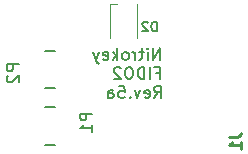
<source format=gbo>
G04 #@! TF.GenerationSoftware,KiCad,Pcbnew,5.1.5-52549c5~86~ubuntu18.04.1*
G04 #@! TF.CreationDate,2020-04-22T16:07:33+02:00*
G04 #@! TF.ProjectId,nk-fido2,6e6b2d66-6964-46f3-922e-6b696361645f,R5*
G04 #@! TF.SameCoordinates,Original*
G04 #@! TF.FileFunction,Legend,Bot*
G04 #@! TF.FilePolarity,Positive*
%FSLAX46Y46*%
G04 Gerber Fmt 4.6, Leading zero omitted, Abs format (unit mm)*
G04 Created by KiCad (PCBNEW 5.1.5-52549c5~86~ubuntu18.04.1) date 2020-04-22 16:07:33*
%MOMM*%
%LPD*%
G04 APERTURE LIST*
%ADD10C,0.150000*%
%ADD11C,0.200000*%
%ADD12C,0.120000*%
%ADD13C,0.250000*%
%ADD14R,1.600000X3.300000*%
%ADD15C,1.199820*%
%ADD16R,2.098980X1.298880*%
%ADD17O,3.600120X1.601140*%
%ADD18R,0.900000X1.100000*%
%ADD19C,1.000000*%
G04 APERTURE END LIST*
D10*
X129081581Y-96968571D02*
X129414914Y-96968571D01*
X129414914Y-97492380D02*
X129414914Y-96492380D01*
X128938723Y-96492380D01*
X128557771Y-97492380D02*
X128557771Y-96492380D01*
X128081581Y-97492380D02*
X128081581Y-96492380D01*
X127843485Y-96492380D01*
X127700628Y-96540000D01*
X127605390Y-96635238D01*
X127557771Y-96730476D01*
X127510152Y-96920952D01*
X127510152Y-97063809D01*
X127557771Y-97254285D01*
X127605390Y-97349523D01*
X127700628Y-97444761D01*
X127843485Y-97492380D01*
X128081581Y-97492380D01*
X126891104Y-96492380D02*
X126700628Y-96492380D01*
X126605390Y-96540000D01*
X126510152Y-96635238D01*
X126462533Y-96825714D01*
X126462533Y-97159047D01*
X126510152Y-97349523D01*
X126605390Y-97444761D01*
X126700628Y-97492380D01*
X126891104Y-97492380D01*
X126986343Y-97444761D01*
X127081581Y-97349523D01*
X127129200Y-97159047D01*
X127129200Y-96825714D01*
X127081581Y-96635238D01*
X126986343Y-96540000D01*
X126891104Y-96492380D01*
X126081581Y-96587619D02*
X126033962Y-96540000D01*
X125938723Y-96492380D01*
X125700628Y-96492380D01*
X125605390Y-96540000D01*
X125557771Y-96587619D01*
X125510152Y-96682857D01*
X125510152Y-96778095D01*
X125557771Y-96920952D01*
X126129200Y-97492380D01*
X125510152Y-97492380D01*
X129414914Y-95892380D02*
X129414914Y-94892380D01*
X128843485Y-95892380D01*
X128843485Y-94892380D01*
X128367295Y-95892380D02*
X128367295Y-95225714D01*
X128367295Y-94892380D02*
X128414914Y-94940000D01*
X128367295Y-94987619D01*
X128319676Y-94940000D01*
X128367295Y-94892380D01*
X128367295Y-94987619D01*
X128033961Y-95225714D02*
X127653009Y-95225714D01*
X127891104Y-94892380D02*
X127891104Y-95749523D01*
X127843485Y-95844761D01*
X127748247Y-95892380D01*
X127653009Y-95892380D01*
X127319676Y-95892380D02*
X127319676Y-95225714D01*
X127319676Y-95416190D02*
X127272057Y-95320952D01*
X127224438Y-95273333D01*
X127129200Y-95225714D01*
X127033961Y-95225714D01*
X126557771Y-95892380D02*
X126653009Y-95844761D01*
X126700628Y-95797142D01*
X126748247Y-95701904D01*
X126748247Y-95416190D01*
X126700628Y-95320952D01*
X126653009Y-95273333D01*
X126557771Y-95225714D01*
X126414914Y-95225714D01*
X126319676Y-95273333D01*
X126272057Y-95320952D01*
X126224438Y-95416190D01*
X126224438Y-95701904D01*
X126272057Y-95797142D01*
X126319676Y-95844761D01*
X126414914Y-95892380D01*
X126557771Y-95892380D01*
X125795866Y-95892380D02*
X125795866Y-94892380D01*
X125700628Y-95511428D02*
X125414914Y-95892380D01*
X125414914Y-95225714D02*
X125795866Y-95606666D01*
X124605390Y-95844761D02*
X124700628Y-95892380D01*
X124891104Y-95892380D01*
X124986342Y-95844761D01*
X125033961Y-95749523D01*
X125033961Y-95368571D01*
X124986342Y-95273333D01*
X124891104Y-95225714D01*
X124700628Y-95225714D01*
X124605390Y-95273333D01*
X124557771Y-95368571D01*
X124557771Y-95463809D01*
X125033961Y-95559047D01*
X124224438Y-95225714D02*
X123986342Y-95892380D01*
X123748247Y-95225714D02*
X123986342Y-95892380D01*
X124081580Y-96130476D01*
X124129200Y-96178095D01*
X124224438Y-96225714D01*
X128925866Y-99107380D02*
X129259200Y-98631190D01*
X129497295Y-99107380D02*
X129497295Y-98107380D01*
X129116342Y-98107380D01*
X129021104Y-98155000D01*
X128973485Y-98202619D01*
X128925866Y-98297857D01*
X128925866Y-98440714D01*
X128973485Y-98535952D01*
X129021104Y-98583571D01*
X129116342Y-98631190D01*
X129497295Y-98631190D01*
X128116342Y-99059761D02*
X128211580Y-99107380D01*
X128402057Y-99107380D01*
X128497295Y-99059761D01*
X128544914Y-98964523D01*
X128544914Y-98583571D01*
X128497295Y-98488333D01*
X128402057Y-98440714D01*
X128211580Y-98440714D01*
X128116342Y-98488333D01*
X128068723Y-98583571D01*
X128068723Y-98678809D01*
X128544914Y-98774047D01*
X127735390Y-98440714D02*
X127497295Y-99107380D01*
X127259200Y-98440714D01*
X126878247Y-99012142D02*
X126830628Y-99059761D01*
X126878247Y-99107380D01*
X126925866Y-99059761D01*
X126878247Y-99012142D01*
X126878247Y-99107380D01*
X125925866Y-98107380D02*
X126402057Y-98107380D01*
X126449676Y-98583571D01*
X126402057Y-98535952D01*
X126306819Y-98488333D01*
X126068723Y-98488333D01*
X125973485Y-98535952D01*
X125925866Y-98583571D01*
X125878247Y-98678809D01*
X125878247Y-98916904D01*
X125925866Y-99012142D01*
X125973485Y-99059761D01*
X126068723Y-99107380D01*
X126306819Y-99107380D01*
X126402057Y-99059761D01*
X126449676Y-99012142D01*
X125021104Y-99107380D02*
X125021104Y-98583571D01*
X125068723Y-98488333D01*
X125163961Y-98440714D01*
X125354438Y-98440714D01*
X125449676Y-98488333D01*
X125021104Y-99059761D02*
X125116342Y-99107380D01*
X125354438Y-99107380D01*
X125449676Y-99059761D01*
X125497295Y-98964523D01*
X125497295Y-98869285D01*
X125449676Y-98774047D01*
X125354438Y-98726428D01*
X125116342Y-98726428D01*
X125021104Y-98678809D01*
D11*
X119689200Y-98305000D02*
X120489200Y-98305000D01*
X119689200Y-95105000D02*
X120489200Y-95105000D01*
X120489200Y-99865000D02*
X119689200Y-99865000D01*
X120489200Y-103065000D02*
X119689200Y-103065000D01*
D12*
X127479200Y-91160000D02*
X127479200Y-94060000D01*
X125179200Y-91160000D02*
X125179200Y-94060000D01*
X125779200Y-91160000D02*
X125179200Y-91160000D01*
D10*
X117441580Y-96266904D02*
X116441580Y-96266904D01*
X116441580Y-96647857D01*
X116489200Y-96743095D01*
X116536819Y-96790714D01*
X116632057Y-96838333D01*
X116774914Y-96838333D01*
X116870152Y-96790714D01*
X116917771Y-96743095D01*
X116965390Y-96647857D01*
X116965390Y-96266904D01*
X116536819Y-97219285D02*
X116489200Y-97266904D01*
X116441580Y-97362142D01*
X116441580Y-97600238D01*
X116489200Y-97695476D01*
X116536819Y-97743095D01*
X116632057Y-97790714D01*
X116727295Y-97790714D01*
X116870152Y-97743095D01*
X117441580Y-97171666D01*
X117441580Y-97790714D01*
X123641580Y-100426904D02*
X122641580Y-100426904D01*
X122641580Y-100807857D01*
X122689200Y-100903095D01*
X122736819Y-100950714D01*
X122832057Y-100998333D01*
X122974914Y-100998333D01*
X123070152Y-100950714D01*
X123117771Y-100903095D01*
X123165390Y-100807857D01*
X123165390Y-100426904D01*
X123641580Y-101950714D02*
X123641580Y-101379285D01*
X123641580Y-101665000D02*
X122641580Y-101665000D01*
X122784438Y-101569761D01*
X122879676Y-101474523D01*
X122927295Y-101379285D01*
D13*
X135231580Y-102416666D02*
X135945866Y-102416666D01*
X136088723Y-102369047D01*
X136183961Y-102273809D01*
X136231580Y-102130952D01*
X136231580Y-102035714D01*
X136231580Y-103416666D02*
X136231580Y-102845238D01*
X136231580Y-103130952D02*
X135231580Y-103130952D01*
X135374438Y-103035714D01*
X135469676Y-102940476D01*
X135517295Y-102845238D01*
D10*
X129119676Y-93446904D02*
X129119676Y-92646904D01*
X128929200Y-92646904D01*
X128814914Y-92685000D01*
X128738723Y-92761190D01*
X128700628Y-92837380D01*
X128662533Y-92989761D01*
X128662533Y-93104047D01*
X128700628Y-93256428D01*
X128738723Y-93332619D01*
X128814914Y-93408809D01*
X128929200Y-93446904D01*
X129119676Y-93446904D01*
X128357771Y-92723095D02*
X128319676Y-92685000D01*
X128243485Y-92646904D01*
X128053009Y-92646904D01*
X127976819Y-92685000D01*
X127938723Y-92723095D01*
X127900628Y-92799285D01*
X127900628Y-92875476D01*
X127938723Y-92989761D01*
X128395866Y-93446904D01*
X127900628Y-93446904D01*
%LPC*%
D14*
X121589200Y-96705000D03*
X118589200Y-96705000D03*
X118589200Y-101465000D03*
X121589200Y-101465000D03*
D15*
X133999600Y-96762050D03*
X133999600Y-101262930D03*
D16*
X131599020Y-95512370D03*
X131599020Y-102512610D03*
X131599020Y-97996490D03*
X131599020Y-100013250D03*
D17*
X133999600Y-104712250D03*
X133999600Y-93312730D03*
D18*
X126879200Y-91860000D03*
X126879200Y-93360000D03*
X125779200Y-93360000D03*
X125779200Y-91860000D03*
D19*
X133479200Y-106350000D03*
M02*

</source>
